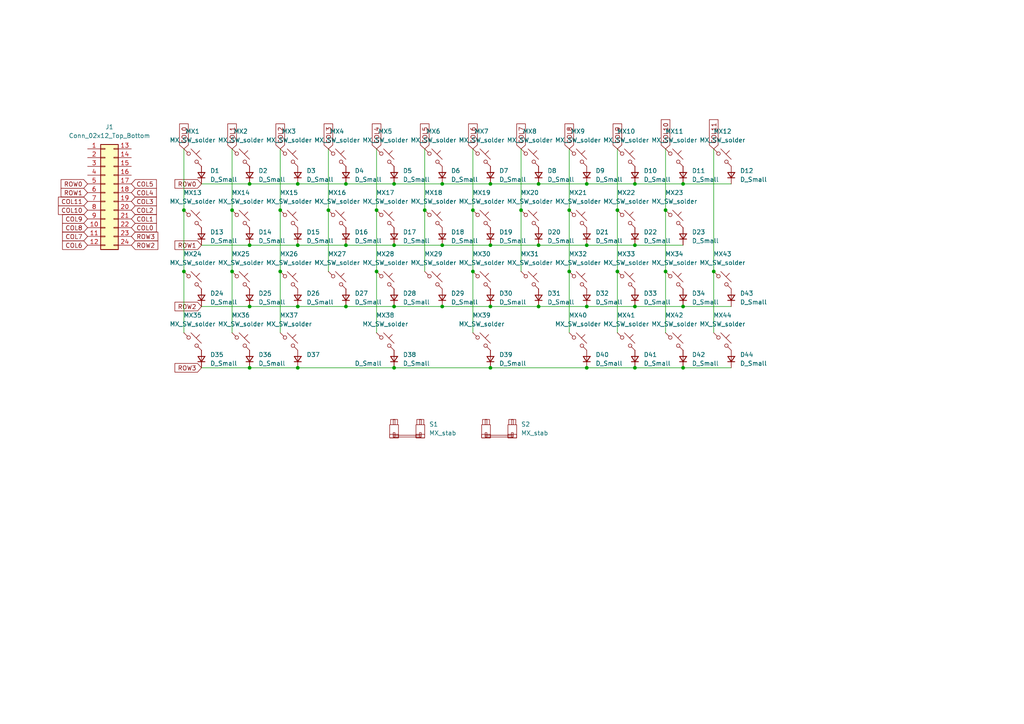
<source format=kicad_sch>
(kicad_sch (version 20230121) (generator eeschema)
  (paper "A4")
  (lib_symbols
    (symbol "Connector_Generic:Conn_02x12_Top_Bottom" (pin_names (offset 1.016) hide)
      (property "Reference" "J" (at 1.27 15.24 0))
      (property "Value" "Conn_02x12_Top_Bottom" (at 1.27 -17.78 0))
      (symbol "Conn_02x12_Top_Bottom_1_1"
        (rectangle (start -1.27 -15.113) (end 0 -15.367) (stroke (width 0.1524)))
        (rectangle (start -1.27 -12.573) (end 0 -12.827) (stroke (width 0.1524)))
        (rectangle (start -1.27 -10.033) (end 0 -10.287) (stroke (width 0.1524)))
        (rectangle (start -1.27 -7.493) (end 0 -7.747) (stroke (width 0.1524)))
        (rectangle (start -1.27 -4.953) (end 0 -5.207) (stroke (width 0.1524)))
        (rectangle (start -1.27 -2.413) (end 0 -2.667) (stroke (width 0.1524)))
        (rectangle (start -1.27 0.127) (end 0 -0.127) (stroke (width 0.1524)))
        (rectangle (start -1.27 2.667) (end 0 2.413) (stroke (width 0.1524)))
        (rectangle (start -1.27 5.207) (end 0 4.953) (stroke (width 0.1524)))
        (rectangle (start -1.27 7.747) (end 0 7.493) (stroke (width 0.1524)))
        (rectangle (start -1.27 10.287) (end 0 10.033) (stroke (width 0.1524)))
        (rectangle (start -1.27 12.827) (end 0 12.573) (stroke (width 0.1524)))
        (rectangle (start -1.27 13.97) (end 3.81 -16.51) (stroke (width 0.254)) (fill (type background)))
        (rectangle (start 3.81 -15.113) (end 2.54 -15.367) (stroke (width 0.1524)))
        (rectangle (start 3.81 -12.573) (end 2.54 -12.827) (stroke (width 0.1524)))
        (rectangle (start 3.81 -10.033) (end 2.54 -10.287) (stroke (width 0.1524)))
        (rectangle (start 3.81 -7.493) (end 2.54 -7.747) (stroke (width 0.1524)))
        (rectangle (start 3.81 -4.953) (end 2.54 -5.207) (stroke (width 0.1524)))
        (rectangle (start 3.81 -2.413) (end 2.54 -2.667) (stroke (width 0.1524)))
        (rectangle (start 3.81 0.127) (end 2.54 -0.127) (stroke (width 0.1524)))
        (rectangle (start 3.81 2.667) (end 2.54 2.413) (stroke (width 0.1524)))
        (rectangle (start 3.81 5.207) (end 2.54 4.953) (stroke (width 0.1524)))
        (rectangle (start 3.81 7.747) (end 2.54 7.493) (stroke (width 0.1524)))
        (rectangle (start 3.81 10.287) (end 2.54 10.033) (stroke (width 0.1524)))
        (rectangle (start 3.81 12.827) (end 2.54 12.573) (stroke (width 0.1524)))
        (pin passive line (at -5.08 12.7 0) (length 3.81) (name "Pin_1") (number "1"))
        (pin passive line (at -5.08 -10.16 0) (length 3.81) (name "Pin_10") (number "10"))
        (pin passive line (at -5.08 -12.7 0) (length 3.81) (name "Pin_11") (number "11"))
        (pin passive line (at -5.08 -15.24 0) (length 3.81) (name "Pin_12") (number "12"))
        (pin passive line (at 7.62 12.7 180) (length 3.81) (name "Pin_13") (number "13"))
        (pin passive line (at 7.62 10.16 180) (length 3.81) (name "Pin_14") (number "14"))
        (pin passive line (at 7.62 7.62 180) (length 3.81) (name "Pin_15") (number "15"))
        (pin passive line (at 7.62 5.08 180) (length 3.81) (name "Pin_16") (number "16"))
        (pin passive line (at 7.62 2.54 180) (length 3.81) (name "Pin_17") (number "17"))
        (pin passive line (at 7.62 0 180) (length 3.81) (name "Pin_18") (number "18"))
        (pin passive line (at 7.62 -2.54 180) (length 3.81) (name "Pin_19") (number "19"))
        (pin passive line (at -5.08 10.16 0) (length 3.81) (name "Pin_2") (number "2"))
        (pin passive line (at 7.62 -5.08 180) (length 3.81) (name "Pin_20") (number "20"))
        (pin passive line (at 7.62 -7.62 180) (length 3.81) (name "Pin_21") (number "21"))
        (pin passive line (at 7.62 -10.16 180) (length 3.81) (name "Pin_22") (number "22"))
        (pin passive line (at 7.62 -12.7 180) (length 3.81) (name "Pin_23") (number "23"))
        (pin passive line (at 7.62 -15.24 180) (length 3.81) (name "Pin_24") (number "24"))
        (pin passive line (at -5.08 7.62 0) (length 3.81) (name "Pin_3") (number "3"))
        (pin passive line (at -5.08 5.08 0) (length 3.81) (name "Pin_4") (number "4"))
        (pin passive line (at -5.08 2.54 0) (length 3.81) (name "Pin_5") (number "5"))
        (pin passive line (at -5.08 0 0) (length 3.81) (name "Pin_6") (number "6"))
        (pin passive line (at -5.08 -2.54 0) (length 3.81) (name "Pin_7") (number "7"))
        (pin passive line (at -5.08 -5.08 0) (length 3.81) (name "Pin_8") (number "8"))
        (pin passive line (at -5.08 -7.62 0) (length 3.81) (name "Pin_9") (number "9"))
      )
    )
    (symbol "Device:D_Small" (pin_numbers hide) (pin_names (offset 0.254) hide)
      (property "Reference" "D" (at -1.27 2.032 0))
      (property "Value" "D_Small" (at -3.81 -2.032 0))
      (symbol "D_Small_0_1"
        (polyline (pts (xy -0.762 -1.016) (xy -0.762 1.016)) (stroke (width 0.254)))
        (polyline (pts (xy -0.762 0) (xy 0.762 0)))
        (polyline (pts (xy 0.762 -1.016) (xy -0.762 0) (xy 0.762 1.016) (xy 0.762 -1.016)) (stroke (width 0.254)))
      )
      (symbol "D_Small_1_1"
        (pin passive line (at -2.54 0 0) (length 1.778) (name "K") (number "1"))
        (pin passive line (at 2.54 0 180) (length 1.778) (name "A") (number "2"))
      )
    )
    (symbol "PCM_marbastlib-mx:MX_SW_solder" (pin_numbers hide) (pin_names (offset 1.016) hide)
      (property "Reference" "MX" (at 3.048 1.016 0))
      (property "Value" "MX_SW_solder" (at 0 -3.81 0))
      (symbol "MX_SW_solder_0_1"
        (circle (center -1.1684 1.1684) (radius 0.508))
        (polyline (pts (xy -0.508 2.54) (xy 2.54 -0.508)))
        (polyline (pts (xy 1.016 1.016) (xy 2.032 2.032)))
        (polyline (pts (xy -2.54 2.54) (xy -1.524 1.524) (xy -1.524 1.524)))
        (polyline (pts (xy 1.524 -1.524) (xy 2.54 -2.54) (xy 2.54 -2.54) (xy 2.54 -2.54)))
        (circle (center 1.143 -1.1938) (radius 0.508))
        (pin passive line (at -2.54 2.54 0) (length 0) (name "1") (number "1"))
        (pin passive line (at 2.54 -2.54 180) (length 0) (name "2") (number "2"))
      )
    )
    (symbol "PCM_marbastlib-mx:MX_stab" (pin_names (offset 1.016))
      (property "Reference" "S" (at -5.08 6.35 0))
      (property "Value" "MX_stab" (at -5.08 3.81 0))
      (symbol "MX_stab_0_1"
        (rectangle (start -5.08 -1.524) (end -2.54 -2.54))
        (rectangle (start -5.08 1.27) (end -2.54 -2.54))
        (rectangle (start -4.826 2.794) (end -2.794 1.27))
        (rectangle (start -4.064 -2.286) (end -3.556 -1.016))
        (rectangle (start -4.064 -1.778) (end 4.064 -2.286))
        (rectangle (start -4.064 1.27) (end -3.556 2.794))
        (rectangle (start 2.54 -1.524) (end 5.08 -2.54))
        (rectangle (start 2.54 1.27) (end 5.08 -2.54))
        (rectangle (start 2.794 2.794) (end 4.826 1.27))
        (rectangle (start 3.556 1.27) (end 4.064 2.794))
        (rectangle (start 4.064 -2.286) (end 3.556 -1.016))
      )
    )
  )
  (junction (at 142.24 71.12))
  (junction (at 179.07 78.74))
  (junction (at 184.15 53.34))
  (junction (at 142.24 88.9))
  (junction (at 81.28 78.74))
  (junction (at 156.21 88.9))
  (junction (at 67.31 78.74))
  (junction (at 100.33 71.12))
  (junction (at 170.18 53.34))
  (junction (at 86.36 71.12))
  (junction (at 142.24 106.68))
  (junction (at 137.16 78.74))
  (junction (at 95.25 60.96))
  (junction (at 179.07 60.96))
  (junction (at 114.3 106.68))
  (junction (at 100.33 88.9))
  (junction (at 165.1 60.96))
  (junction (at 184.15 71.12))
  (junction (at 142.24 53.34))
  (junction (at 170.18 71.12))
  (junction (at 86.36 106.68))
  (junction (at 165.1 78.74))
  (junction (at 128.27 53.34))
  (junction (at 151.13 60.96))
  (junction (at 81.28 60.96))
  (junction (at 123.19 60.96))
  (junction (at 100.33 53.34))
  (junction (at 156.21 53.34))
  (junction (at 72.39 88.9))
  (junction (at 128.27 88.9))
  (junction (at 114.3 71.12))
  (junction (at 193.04 60.96))
  (junction (at 198.12 106.68))
  (junction (at 72.39 106.68))
  (junction (at 207.01 78.74))
  (junction (at 156.21 71.12))
  (junction (at 137.16 60.96))
  (junction (at 53.34 60.96))
  (junction (at 128.27 71.12))
  (junction (at 72.39 53.34))
  (junction (at 86.36 53.34))
  (junction (at 170.18 88.9))
  (junction (at 109.22 60.96))
  (junction (at 170.18 106.68))
  (junction (at 114.3 53.34))
  (junction (at 114.3 88.9))
  (junction (at 86.36 88.9))
  (junction (at 67.31 60.96))
  (junction (at 198.12 88.9))
  (junction (at 72.39 71.12))
  (junction (at 53.34 78.74))
  (junction (at 184.15 106.68))
  (junction (at 109.22 78.74))
  (junction (at 198.12 53.34))
  (junction (at 193.04 78.74))
  (junction (at 184.15 88.9))
  (wire (pts (xy 184.15 53.34) (xy 198.12 53.34)))
  (wire (pts (xy 58.42 53.34) (xy 72.39 53.34)))
  (wire (pts (xy 179.07 60.96) (xy 179.07 78.74)))
  (wire (pts (xy 142.24 71.12) (xy 156.21 71.12)))
  (wire (pts (xy 67.31 78.74) (xy 67.31 96.52)))
  (wire (pts (xy 128.27 88.9) (xy 142.24 88.9)))
  (wire (pts (xy 95.25 43.18) (xy 95.25 60.96)))
  (wire (pts (xy 179.07 78.74) (xy 179.07 96.52)))
  (wire (pts (xy 170.18 106.68) (xy 184.15 106.68)))
  (wire (pts (xy 109.22 60.96) (xy 109.22 78.74)))
  (wire (pts (xy 193.04 43.18) (xy 193.04 60.96)))
  (wire (pts (xy 123.19 60.96) (xy 123.19 78.74)))
  (wire (pts (xy 184.15 106.68) (xy 198.12 106.68)))
  (wire (pts (xy 184.15 88.9) (xy 198.12 88.9)))
  (wire (pts (xy 193.04 60.96) (xy 193.04 78.74)))
  (wire (pts (xy 207.01 43.18) (xy 207.01 78.74)))
  (wire (pts (xy 86.36 88.9) (xy 100.33 88.9)))
  (wire (pts (xy 156.21 71.12) (xy 170.18 71.12)))
  (wire (pts (xy 198.12 106.68) (xy 212.09 106.68)))
  (wire (pts (xy 142.24 53.34) (xy 156.21 53.34)))
  (wire (pts (xy 137.16 43.18) (xy 137.16 60.96)))
  (wire (pts (xy 58.42 88.9) (xy 72.39 88.9)))
  (wire (pts (xy 114.3 71.12) (xy 128.27 71.12)))
  (wire (pts (xy 170.18 53.34) (xy 184.15 53.34)))
  (wire (pts (xy 128.27 71.12) (xy 142.24 71.12)))
  (wire (pts (xy 109.22 43.18) (xy 109.22 60.96)))
  (wire (pts (xy 128.27 53.34) (xy 142.24 53.34)))
  (wire (pts (xy 114.3 53.34) (xy 128.27 53.34)))
  (wire (pts (xy 207.01 78.74) (xy 207.01 96.52)))
  (wire (pts (xy 100.33 53.34) (xy 114.3 53.34)))
  (wire (pts (xy 72.39 53.34) (xy 86.36 53.34)))
  (wire (pts (xy 53.34 78.74) (xy 53.34 96.52)))
  (wire (pts (xy 109.22 78.74) (xy 109.22 96.52)))
  (wire (pts (xy 142.24 88.9) (xy 156.21 88.9)))
  (wire (pts (xy 151.13 43.18) (xy 151.13 60.96)))
  (wire (pts (xy 53.34 60.96) (xy 53.34 78.74)))
  (wire (pts (xy 100.33 71.12) (xy 114.3 71.12)))
  (wire (pts (xy 53.34 43.18) (xy 53.34 60.96)))
  (wire (pts (xy 193.04 78.74) (xy 193.04 96.52)))
  (wire (pts (xy 86.36 106.68) (xy 114.3 106.68)))
  (wire (pts (xy 67.31 60.96) (xy 67.31 78.74)))
  (wire (pts (xy 72.39 71.12) (xy 86.36 71.12)))
  (wire (pts (xy 198.12 53.34) (xy 212.09 53.34)))
  (wire (pts (xy 165.1 43.18) (xy 165.1 60.96)))
  (wire (pts (xy 179.07 43.18) (xy 179.07 60.96)))
  (wire (pts (xy 156.21 88.9) (xy 170.18 88.9)))
  (wire (pts (xy 72.39 88.9) (xy 86.36 88.9)))
  (wire (pts (xy 58.42 106.68) (xy 72.39 106.68)))
  (wire (pts (xy 81.28 78.74) (xy 81.28 96.52)))
  (wire (pts (xy 72.39 106.68) (xy 86.36 106.68)))
  (wire (pts (xy 165.1 78.74) (xy 165.1 96.52)))
  (wire (pts (xy 137.16 96.52) (xy 137.16 78.74)))
  (wire (pts (xy 95.25 60.96) (xy 95.25 78.74)))
  (wire (pts (xy 86.36 53.34) (xy 100.33 53.34)))
  (wire (pts (xy 86.36 71.12) (xy 100.33 71.12)))
  (wire (pts (xy 137.16 60.96) (xy 137.16 78.74)))
  (wire (pts (xy 67.31 43.18) (xy 67.31 60.96)))
  (wire (pts (xy 81.28 43.18) (xy 81.28 60.96)))
  (wire (pts (xy 170.18 71.12) (xy 184.15 71.12)))
  (wire (pts (xy 58.42 71.12) (xy 72.39 71.12)))
  (wire (pts (xy 123.19 43.18) (xy 123.19 60.96)))
  (wire (pts (xy 151.13 60.96) (xy 151.13 78.74)))
  (wire (pts (xy 170.18 88.9) (xy 184.15 88.9)))
  (wire (pts (xy 100.33 88.9) (xy 114.3 88.9)))
  (wire (pts (xy 114.3 88.9) (xy 128.27 88.9)))
  (wire (pts (xy 114.3 106.68) (xy 142.24 106.68)))
  (wire (pts (xy 81.28 60.96) (xy 81.28 78.74)))
  (wire (pts (xy 142.24 106.68) (xy 170.18 106.68)))
  (wire (pts (xy 156.21 53.34) (xy 170.18 53.34)))
  (wire (pts (xy 184.15 71.12) (xy 198.12 71.12)))
  (wire (pts (xy 165.1 60.96) (xy 165.1 78.74)))
  (wire (pts (xy 198.12 88.9) (xy 212.09 88.9)))
  (global_label "COL3" (shape input) (at 95.25 43.18 90) (property "Intersheetrefs" "${INTERSHEET_REFS}" (effects hide)))
  (global_label "COL10" (shape input) (at 193.04 43.18 90) (property "Intersheetrefs" "${INTERSHEET_REFS}" (effects hide)))
  (global_label "COL8" (shape input) (at 165.1 43.18 90) (property "Intersheetrefs" "${INTERSHEET_REFS}" (effects hide)))
  (global_label "COL1" (shape input) (at 38.1 63.5 0) (property "Intersheetrefs" "${INTERSHEET_REFS}" (effects hide)))
  (global_label "COL3" (shape input) (at 38.1 58.42 0) (property "Intersheetrefs" "${INTERSHEET_REFS}" (effects hide)))
  (global_label "COL5" (shape input) (at 38.1 53.34 0) (property "Intersheetrefs" "${INTERSHEET_REFS}" (effects hide)))
  (global_label "ROW2" (shape input) (at 38.1 71.12 0) (property "Intersheetrefs" "${INTERSHEET_REFS}" (effects hide)))
  (global_label "COL11" (shape input) (at 207.01 43.18 90) (property "Intersheetrefs" "${INTERSHEET_REFS}" (effects hide)))
  (global_label "COL7" (shape input) (at 25.4 68.58 180) (property "Intersheetrefs" "${INTERSHEET_REFS}" (effects hide)))
  (global_label "COL7" (shape input) (at 151.13 43.18 90) (property "Intersheetrefs" "${INTERSHEET_REFS}" (effects hide)))
  (global_label "ROW1" (shape input) (at 25.4 55.88 180) (property "Intersheetrefs" "${INTERSHEET_REFS}" (effects hide)))
  (global_label "COL0" (shape input) (at 38.1 66.04 0) (property "Intersheetrefs" "${INTERSHEET_REFS}" (effects hide)))
  (global_label "COL10" (shape input) (at 25.4 60.96 180) (property "Intersheetrefs" "${INTERSHEET_REFS}" (effects hide)))
  (global_label "ROW3" (shape input) (at 38.1 68.58 0) (property "Intersheetrefs" "${INTERSHEET_REFS}" (effects hide)))
  (global_label "COL9" (shape input) (at 179.07 43.18 90) (property "Intersheetrefs" "${INTERSHEET_REFS}" (effects hide)))
  (global_label "COL11" (shape input) (at 25.4 58.42 180) (property "Intersheetrefs" "${INTERSHEET_REFS}" (effects hide)))
  (global_label "COL0" (shape input) (at 53.34 43.18 90) (property "Intersheetrefs" "${INTERSHEET_REFS}" (effects hide)))
  (global_label "COL4" (shape input) (at 109.22 43.18 90) (property "Intersheetrefs" "${INTERSHEET_REFS}" (effects hide)))
  (global_label "COL8" (shape input) (at 25.4 66.04 180) (property "Intersheetrefs" "${INTERSHEET_REFS}" (effects hide)))
  (global_label "COL2" (shape input) (at 81.28 43.18 90) (property "Intersheetrefs" "${INTERSHEET_REFS}" (effects hide)))
  (global_label "COL9" (shape input) (at 25.4 63.5 180) (property "Intersheetrefs" "${INTERSHEET_REFS}" (effects hide)))
  (global_label "COL6" (shape input) (at 137.16 43.18 90) (property "Intersheetrefs" "${INTERSHEET_REFS}" (effects hide)))
  (global_label "ROW2" (shape input) (at 58.42 88.9 180) (property "Intersheetrefs" "${INTERSHEET_REFS}" (effects hide)))
  (global_label "ROW1" (shape input) (at 58.42 71.12 180) (property "Intersheetrefs" "${INTERSHEET_REFS}" (effects hide)))
  (global_label "COL2" (shape input) (at 38.1 60.96 0) (property "Intersheetrefs" "${INTERSHEET_REFS}" (effects hide)))
  (global_label "COL6" (shape input) (at 25.4 71.12 180) (property "Intersheetrefs" "${INTERSHEET_REFS}" (effects hide)))
  (global_label "ROW0" (shape input) (at 25.4 53.34 180) (property "Intersheetrefs" "${INTERSHEET_REFS}" (effects hide)))
  (global_label "ROW3" (shape input) (at 58.42 106.68 180) (property "Intersheetrefs" "${INTERSHEET_REFS}" (effects hide)))
  (global_label "COL5" (shape input) (at 123.19 43.18 90) (property "Intersheetrefs" "${INTERSHEET_REFS}" (effects hide)))
  (global_label "COL4" (shape input) (at 38.1 55.88 0) (property "Intersheetrefs" "${INTERSHEET_REFS}" (effects hide)))
  (global_label "ROW0" (shape input) (at 58.42 53.34 180) (property "Intersheetrefs" "${INTERSHEET_REFS}" (effects hide)))
  (global_label "COL1" (shape input) (at 67.31 43.18 90) (property "Intersheetrefs" "${INTERSHEET_REFS}" (effects hide)))
  (symbol (lib_id "PCM_marbastlib-mx:MX_SW_solder") (at 181.61 63.5 0) (unit 1)
    (property "Reference" "MX22" (at 181.61 55.88 0))
    (property "Value" "MX_SW_solder" (at 181.61 58.42 0))
    (property "Footprint" "PCM_marbastlib-mx:SW_MX_1u" (effects hide))
  )
  (symbol (lib_id "Device:D_Small") (at 72.39 86.36 90) (unit 1)
    (property "Reference" "D25" (at 74.93 85.09 90) (effects (justify right)))
    (property "Value" "D_Small" (at 74.93 87.63 90) (effects (justify right)))
    (property "Footprint" "Diode_SMD:D_SOD-123" (effects hide))
    (property "Sim.Device" "D" (effects hide))
    (property "Sim.Pins" "1=K 2=A" (effects hide))
  )
  (symbol (lib_id "PCM_marbastlib-mx:MX_SW_solder") (at 195.58 99.06 0) (unit 1)
    (property "Reference" "MX42" (at 195.58 91.44 0))
    (property "Value" "MX_SW_solder" (at 195.58 93.98 0))
    (property "Footprint" "PCM_marbastlib-mx:SW_MX_1.25u" (effects hide))
  )
  (symbol (lib_id "PCM_marbastlib-mx:MX_SW_solder") (at 209.55 99.06 0) (unit 1)
    (property "Reference" "MX44" (at 209.55 91.44 0))
    (property "Value" "MX_SW_solder" (at 209.55 93.98 0))
    (property "Footprint" "PCM_marbastlib-mx:SW_MX_1u" (effects hide))
  )
  (symbol (lib_id "Device:D_Small") (at 128.27 86.36 90) (unit 1)
    (property "Reference" "D29" (at 130.81 85.09 90) (effects (justify right)))
    (property "Value" "D_Small" (at 130.81 87.63 90) (effects (justify right)))
    (property "Footprint" "Diode_SMD:D_SOD-123" (effects hide))
    (property "Sim.Device" "D" (effects hide))
    (property "Sim.Pins" "1=K 2=A" (effects hide))
  )
  (symbol (lib_id "PCM_marbastlib-mx:MX_SW_solder") (at 55.88 99.06 0) (unit 1)
    (property "Reference" "MX35" (at 55.88 91.44 0))
    (property "Value" "MX_SW_solder" (at 55.88 93.98 0))
    (property "Footprint" "PCM_marbastlib-mx:SW_MX_1.25u" (effects hide))
  )
  (symbol (lib_id "PCM_marbastlib-mx:MX_SW_solder") (at 83.82 63.5 0) (unit 1)
    (property "Reference" "MX15" (at 83.82 55.88 0))
    (property "Value" "MX_SW_solder" (at 83.82 58.42 0))
    (property "Footprint" "PCM_marbastlib-mx:SW_MX_1u" (effects hide))
  )
  (symbol (lib_id "Device:D_Small") (at 100.33 50.8 90) (unit 1)
    (property "Reference" "D4" (at 102.87 49.53 90) (effects (justify right)))
    (property "Value" "D_Small" (at 102.87 52.07 90) (effects (justify right)))
    (property "Footprint" "Diode_SMD:D_SOD-123" (effects hide))
    (property "Sim.Device" "D" (effects hide))
    (property "Sim.Pins" "1=K 2=A" (effects hide))
  )
  (symbol (lib_id "PCM_marbastlib-mx:MX_SW_solder") (at 111.76 63.5 0) (unit 1)
    (property "Reference" "MX17" (at 111.76 55.88 0))
    (property "Value" "MX_SW_solder" (at 111.76 58.42 0))
    (property "Footprint" "PCM_marbastlib-mx:SW_MX_1u" (effects hide))
  )
  (symbol (lib_id "PCM_marbastlib-mx:MX_SW_solder") (at 139.7 45.72 0) (unit 1)
    (property "Reference" "MX7" (at 139.7 38.1 0))
    (property "Value" "MX_SW_solder" (at 139.7 40.64 0))
    (property "Footprint" "PCM_marbastlib-mx:SW_MX_1u" (effects hide))
  )
  (symbol (lib_id "Device:D_Small") (at 156.21 50.8 90) (unit 1)
    (property "Reference" "D8" (at 158.75 49.53 90) (effects (justify right)))
    (property "Value" "D_Small" (at 158.75 52.07 90) (effects (justify right)))
    (property "Footprint" "Diode_SMD:D_SOD-123" (effects hide))
    (property "Sim.Device" "D" (effects hide))
    (property "Sim.Pins" "1=K 2=A" (effects hide))
  )
  (symbol (lib_id "Device:D_Small") (at 170.18 104.14 90) (unit 1)
    (property "Reference" "D40" (at 172.72 102.87 90) (effects (justify right)))
    (property "Value" "D_Small" (at 172.72 105.41 90) (effects (justify right)))
    (property "Footprint" "Diode_SMD:D_SOD-123" (effects hide))
    (property "Sim.Device" "D" (effects hide))
    (property "Sim.Pins" "1=K 2=A" (effects hide))
  )
  (symbol (lib_id "Device:D_Small") (at 170.18 50.8 90) (unit 1)
    (property "Reference" "D9" (at 172.72 49.53 90) (effects (justify right)))
    (property "Value" "D_Small" (at 172.72 52.07 90) (effects (justify right)))
    (property "Footprint" "Diode_SMD:D_SOD-123" (effects hide))
    (property "Sim.Device" "D" (effects hide))
    (property "Sim.Pins" "1=K 2=A" (effects hide))
  )
  (symbol (lib_id "PCM_marbastlib-mx:MX_SW_solder") (at 125.73 63.5 0) (unit 1)
    (property "Reference" "MX18" (at 125.73 55.88 0))
    (property "Value" "MX_SW_solder" (at 125.73 58.42 0))
    (property "Footprint" "PCM_marbastlib-mx:SW_MX_1u" (effects hide))
  )
  (symbol (lib_id "PCM_marbastlib-mx:MX_SW_solder") (at 97.79 81.28 0) (unit 1)
    (property "Reference" "MX27" (at 97.79 73.66 0))
    (property "Value" "MX_SW_solder" (at 97.79 76.2 0))
    (property "Footprint" "PCM_marbastlib-mx:SW_MX_1u" (effects hide))
  )
  (symbol (lib_id "Device:D_Small") (at 72.39 68.58 90) (unit 1)
    (property "Reference" "D14" (at 74.93 67.31 90) (effects (justify right)))
    (property "Value" "D_Small" (at 74.93 69.85 90) (effects (justify right)))
    (property "Footprint" "Diode_SMD:D_SOD-123" (effects hide))
    (property "Sim.Device" "D" (effects hide))
    (property "Sim.Pins" "1=K 2=A" (effects hide))
  )
  (symbol (lib_id "PCM_marbastlib-mx:MX_SW_solder") (at 181.61 81.28 0) (unit 1)
    (property "Reference" "MX33" (at 181.61 73.66 0))
    (property "Value" "MX_SW_solder" (at 181.61 76.2 0))
    (property "Footprint" "PCM_marbastlib-mx:SW_MX_1u" (effects hide))
  )
  (symbol (lib_id "PCM_marbastlib-mx:MX_SW_solder") (at 209.55 45.72 0) (unit 1)
    (property "Reference" "MX12" (at 209.55 38.1 0))
    (property "Value" "MX_SW_solder" (at 209.55 40.64 0))
    (property "Footprint" "PCM_marbastlib-mx:SW_MX_1u" (effects hide))
  )
  (symbol (lib_id "PCM_marbastlib-mx:MX_stab") (at 118.11 124.46 0) (unit 1)
    (property "Reference" "S1" (at 124.46 123.063 0) (effects (justify left)))
    (property "Value" "MX_stab" (at 124.46 125.603 0) (effects (justify left)))
    (property "Footprint" "PCM_marbastlib-mx:STAB_MX_2.25u" (effects hide))
  )
  (symbol (lib_id "Device:D_Small") (at 100.33 68.58 90) (unit 1)
    (property "Reference" "D16" (at 102.87 67.31 90) (effects (justify right)))
    (property "Value" "D_Small" (at 102.87 69.85 90) (effects (justify right)))
    (property "Footprint" "Diode_SMD:D_SOD-123" (effects hide))
    (property "Sim.Device" "D" (effects hide))
    (property "Sim.Pins" "1=K 2=A" (effects hide))
  )
  (symbol (lib_id "PCM_marbastlib-mx:MX_SW_solder") (at 195.58 63.5 0) (unit 1)
    (property "Reference" "MX23" (at 195.58 55.88 0))
    (property "Value" "MX_SW_solder" (at 195.58 58.42 0))
    (property "Footprint" "PCM_marbastlib-mx:SW_MX_1.75u" (effects hide))
  )
  (symbol (lib_id "PCM_marbastlib-mx:MX_SW_solder") (at 139.7 99.06 0) (unit 1)
    (property "Reference" "MX39" (at 139.7 91.44 0))
    (property "Value" "MX_SW_solder" (at 139.7 93.98 0))
    (property "Footprint" "PCM_marbastlib-mx:SW_MX_1u" (effects hide))
  )
  (symbol (lib_id "Device:D_Small") (at 58.42 86.36 90) (unit 1)
    (property "Reference" "D24" (at 60.96 85.09 90) (effects (justify right)))
    (property "Value" "D_Small" (at 60.96 87.63 90) (effects (justify right)))
    (property "Footprint" "Diode_SMD:D_SOD-123" (effects hide))
    (property "Sim.Device" "D" (effects hide))
    (property "Sim.Pins" "1=K 2=A" (effects hide))
  )
  (symbol (lib_id "PCM_marbastlib-mx:MX_SW_solder") (at 167.64 99.06 0) (unit 1)
    (property "Reference" "MX40" (at 167.64 91.44 0))
    (property "Value" "MX_SW_solder" (at 167.64 93.98 0))
    (property "Footprint" "PCM_marbastlib-mx:SW_MX_1.25u" (effects hide))
  )
  (symbol (lib_id "Device:D_Small") (at 184.15 68.58 90) (unit 1)
    (property "Reference" "D22" (at 186.69 67.31 90) (effects (justify right)))
    (property "Value" "D_Small" (at 186.69 69.85 90) (effects (justify right)))
    (property "Footprint" "Diode_SMD:D_SOD-123" (effects hide))
    (property "Sim.Device" "D" (effects hide))
    (property "Sim.Pins" "1=K 2=A" (effects hide))
  )
  (symbol (lib_id "Device:D_Small") (at 86.36 68.58 90) (unit 1)
    (property "Reference" "D15" (at 88.9 67.31 90) (effects (justify right)))
    (property "Value" "D_Small" (at 88.9 69.85 90) (effects (justify right)))
    (property "Footprint" "Diode_SMD:D_SOD-123" (effects hide))
    (property "Sim.Device" "D" (effects hide))
    (property "Sim.Pins" "1=K 2=A" (effects hide))
  )
  (symbol (lib_id "PCM_marbastlib-mx:MX_SW_solder") (at 83.82 99.06 0) (unit 1)
    (property "Reference" "MX37" (at 83.82 91.44 0))
    (property "Value" "MX_SW_solder" (at 83.82 93.98 0))
    (property "Footprint" "PCM_marbastlib-mx:SW_MX_1.25u" (effects hide))
  )
  (symbol (lib_id "Device:D_Small") (at 114.3 68.58 90) (unit 1)
    (property "Reference" "D17" (at 116.84 67.31 90) (effects (justify right)))
    (property "Value" "D_Small" (at 116.84 69.85 90) (effects (justify right)))
    (property "Footprint" "Diode_SMD:D_SOD-123" (effects hide))
    (property "Sim.Device" "D" (effects hide))
    (property "Sim.Pins" "1=K 2=A" (effects hide))
  )
  (symbol (lib_id "Device:D_Small") (at 114.3 50.8 90) (unit 1)
    (property "Reference" "D5" (at 116.84 49.53 90) (effects (justify right)))
    (property "Value" "D_Small" (at 116.84 52.07 90) (effects (justify right)))
    (property "Footprint" "Diode_SMD:D_SOD-123" (effects hide))
    (property "Sim.Device" "D" (effects hide))
    (property "Sim.Pins" "1=K 2=A" (effects hide))
  )
  (symbol (lib_id "PCM_marbastlib-mx:MX_SW_solder") (at 181.61 45.72 0) (unit 1)
    (property "Reference" "MX10" (at 181.61 38.1 0))
    (property "Value" "MX_SW_solder" (at 181.61 40.64 0))
    (property "Footprint" "PCM_marbastlib-mx:SW_MX_1u" (effects hide))
  )
  (symbol (lib_id "PCM_marbastlib-mx:MX_SW_solder") (at 55.88 45.72 0) (unit 1)
    (property "Reference" "MX1" (at 55.88 38.1 0))
    (property "Value" "MX_SW_solder" (at 55.88 40.64 0))
    (property "Footprint" "PCM_marbastlib-mx:SW_MX_1u" (effects hide))
  )
  (symbol (lib_id "PCM_marbastlib-mx:MX_SW_solder") (at 69.85 63.5 0) (unit 1)
    (property "Reference" "MX14" (at 69.85 55.88 0))
    (property "Value" "MX_SW_solder" (at 69.85 58.42 0))
    (property "Footprint" "PCM_marbastlib-mx:SW_MX_1u" (effects hide))
  )
  (symbol (lib_id "PCM_marbastlib-mx:MX_SW_solder") (at 55.88 63.5 0) (unit 1)
    (property "Reference" "MX13" (at 55.88 55.88 0))
    (property "Value" "MX_SW_solder" (at 55.88 58.42 0))
    (property "Footprint" "PCM_marbastlib-mx:SW_MX_1.25u" (effects hide))
  )
  (symbol (lib_id "Device:D_Small") (at 212.09 50.8 90) (unit 1)
    (property "Reference" "D12" (at 214.63 49.53 90) (effects (justify right)))
    (property "Value" "D_Small" (at 214.63 52.07 90) (effects (justify right)))
    (property "Footprint" "Diode_SMD:D_SOD-123" (effects hide))
    (property "Sim.Device" "D" (effects hide))
    (property "Sim.Pins" "1=K 2=A" (effects hide))
  )
  (symbol (lib_id "PCM_marbastlib-mx:MX_SW_solder") (at 69.85 81.28 0) (unit 1)
    (property "Reference" "MX25" (at 69.85 73.66 0))
    (property "Value" "MX_SW_solder" (at 69.85 76.2 0))
    (property "Footprint" "PCM_marbastlib-mx:SW_MX_1u" (effects hide))
  )
  (symbol (lib_id "Device:D_Small") (at 128.27 50.8 90) (unit 1)
    (property "Reference" "D6" (at 130.81 49.53 90) (effects (justify right)))
    (property "Value" "D_Small" (at 130.81 52.07 90) (effects (justify right)))
    (property "Footprint" "Diode_SMD:D_SOD-123" (effects hide))
    (property "Sim.Device" "D" (effects hide))
    (property "Sim.Pins" "1=K 2=A" (effects hide))
  )
  (symbol (lib_id "Device:D_Small") (at 170.18 86.36 90) (unit 1)
    (property "Reference" "D32" (at 172.72 85.09 90) (effects (justify right)))
    (property "Value" "D_Small" (at 172.72 87.63 90) (effects (justify right)))
    (property "Footprint" "Diode_SMD:D_SOD-123" (effects hide))
    (property "Sim.Device" "D" (effects hide))
    (property "Sim.Pins" "1=K 2=A" (effects hide))
  )
  (symbol (lib_id "PCM_marbastlib-mx:MX_SW_solder") (at 111.76 81.28 0) (unit 1)
    (property "Reference" "MX28" (at 111.76 73.66 0))
    (property "Value" "MX_SW_solder" (at 111.76 76.2 0))
    (property "Footprint" "PCM_marbastlib-mx:SW_MX_1u" (effects hide))
  )
  (symbol (lib_id "Device:D_Small") (at 198.12 68.58 90) (unit 1)
    (property "Reference" "D23" (at 200.66 67.31 90) (effects (justify right)))
    (property "Value" "D_Small" (at 200.66 69.85 90) (effects (justify right)))
    (property "Footprint" "Diode_SMD:D_SOD-123" (effects hide))
    (property "Sim.Device" "D" (effects hide))
    (property "Sim.Pins" "1=K 2=A" (effects hide))
  )
  (symbol (lib_id "PCM_marbastlib-mx:MX_SW_solder") (at 167.64 81.28 0) (unit 1)
    (property "Reference" "MX32" (at 167.64 73.66 0))
    (property "Value" "MX_SW_solder" (at 167.64 76.2 0))
    (property "Footprint" "PCM_marbastlib-mx:SW_MX_1u" (effects hide))
  )
  (symbol (lib_id "PCM_marbastlib-mx:MX_SW_solder") (at 125.73 81.28 0) (unit 1)
    (property "Reference" "MX29" (at 125.73 73.66 0))
    (property "Value" "MX_SW_solder" (at 125.73 76.2 0))
    (property "Footprint" "PCM_marbastlib-mx:SW_MX_1u" (effects hide))
  )
  (symbol (lib_id "Device:D_Small") (at 142.24 68.58 90) (unit 1)
    (property "Reference" "D19" (at 144.78 67.31 90) (effects (justify right)))
    (property "Value" "D_Small" (at 144.78 69.85 90) (effects (justify right)))
    (property "Footprint" "Diode_SMD:D_SOD-123" (effects hide))
    (property "Sim.Device" "D" (effects hide))
    (property "Sim.Pins" "1=K 2=A" (effects hide))
  )
  (symbol (lib_id "PCM_marbastlib-mx:MX_SW_solder") (at 153.67 63.5 0) (unit 1)
    (property "Reference" "MX20" (at 153.67 55.88 0))
    (property "Value" "MX_SW_solder" (at 153.67 58.42 0))
    (property "Footprint" "PCM_marbastlib-mx:SW_MX_1u" (effects hide))
  )
  (symbol (lib_id "PCM_marbastlib-mx:MX_SW_solder") (at 83.82 81.28 0) (unit 1)
    (property "Reference" "MX26" (at 83.82 73.66 0))
    (property "Value" "MX_SW_solder" (at 83.82 76.2 0))
    (property "Footprint" "PCM_marbastlib-mx:SW_MX_1u" (effects hide))
  )
  (symbol (lib_id "Device:D_Small") (at 184.15 86.36 90) (unit 1)
    (property "Reference" "D33" (at 186.69 85.09 90) (effects (justify right)))
    (property "Value" "D_Small" (at 186.69 87.63 90) (effects (justify right)))
    (property "Footprint" "Diode_SMD:D_SOD-123" (effects hide))
    (property "Sim.Device" "D" (effects hide))
    (property "Sim.Pins" "1=K 2=A" (effects hide))
  )
  (symbol (lib_id "Device:D_Small") (at 170.18 68.58 90) (unit 1)
    (property "Reference" "D21" (at 172.72 67.31 90) (effects (justify right)))
    (property "Value" "D_Small" (at 172.72 69.85 90) (effects (justify right)))
    (property "Footprint" "Diode_SMD:D_SOD-123" (effects hide))
    (property "Sim.Device" "D" (effects hide))
    (property "Sim.Pins" "1=K 2=A" (effects hide))
  )
  (symbol (lib_id "Device:D_Small") (at 198.12 104.14 90) (unit 1)
    (property "Reference" "D42" (at 200.66 102.87 90) (effects (justify right)))
    (property "Value" "D_Small" (at 200.66 105.41 90) (effects (justify right)))
    (property "Footprint" "Diode_SMD:D_SOD-123" (effects hide))
    (property "Sim.Device" "D" (effects hide))
    (property "Sim.Pins" "1=K 2=A" (effects hide))
  )
  (symbol (lib_id "Device:D_Small") (at 184.15 104.14 90) (unit 1)
    (property "Reference" "D41" (at 186.69 102.87 90) (effects (justify right)))
    (property "Value" "D_Small" (at 186.69 105.41 90) (effects (justify right)))
    (property "Footprint" "Diode_SMD:D_SOD-123" (effects hide))
    (property "Sim.Device" "D" (effects hide))
    (property "Sim.Pins" "1=K 2=A" (effects hide))
  )
  (symbol (lib_id "Device:D_Small") (at 128.27 68.58 90) (unit 1)
    (property "Reference" "D18" (at 130.81 67.31 90) (effects (justify right)))
    (property "Value" "D_Small" (at 130.81 69.85 90) (effects (justify right)))
    (property "Footprint" "Diode_SMD:D_SOD-123" (effects hide))
    (property "Sim.Device" "D" (effects hide))
    (property "Sim.Pins" "1=K 2=A" (effects hide))
  )
  (symbol (lib_id "PCM_marbastlib-mx:MX_SW_solder") (at 55.88 81.28 0) (unit 1)
    (property "Reference" "MX24" (at 55.88 73.66 0))
    (property "Value" "MX_SW_solder" (at 55.88 76.2 0))
    (property "Footprint" "PCM_marbastlib-mx:SW_MX_1.75u" (effects hide))
  )
  (symbol (lib_id "PCM_marbastlib-mx:MX_SW_solder") (at 195.58 45.72 0) (unit 1)
    (property "Reference" "MX11" (at 195.58 38.1 0))
    (property "Value" "MX_SW_solder" (at 195.58 40.64 0))
    (property "Footprint" "PCM_marbastlib-mx:SW_MX_1u" (effects hide))
  )
  (symbol (lib_id "PCM_marbastlib-mx:MX_SW_solder") (at 97.79 45.72 0) (unit 1)
    (property "Reference" "MX4" (at 97.79 38.1 0))
    (property "Value" "MX_SW_solder" (at 97.79 40.64 0))
    (property "Footprint" "PCM_marbastlib-mx:SW_MX_1u" (effects hide))
  )
  (symbol (lib_id "Device:D_Small") (at 86.36 50.8 90) (unit 1)
    (property "Reference" "D3" (at 88.9 49.53 90) (effects (justify right)))
    (property "Value" "D_Small" (at 88.9 52.07 90) (effects (justify right)))
    (property "Footprint" "Diode_SMD:D_SOD-123" (effects hide))
    (property "Sim.Device" "D" (effects hide))
    (property "Sim.Pins" "1=K 2=A" (effects hide))
  )
  (symbol (lib_id "PCM_marbastlib-mx:MX_SW_solder") (at 83.82 45.72 0) (unit 1)
    (property "Reference" "MX3" (at 83.82 38.1 0))
    (property "Value" "MX_SW_solder" (at 83.82 40.64 0))
    (property "Footprint" "PCM_marbastlib-mx:SW_MX_1u" (effects hide))
  )
  (symbol (lib_id "Device:D_Small") (at 212.09 104.14 90) (unit 1)
    (property "Reference" "D44" (at 214.63 102.87 90) (effects (justify right)))
    (property "Value" "D_Small" (at 214.63 105.41 90) (effects (justify right)))
    (property "Footprint" "Diode_SMD:D_SOD-123" (effects hide))
    (property "Sim.Device" "D" (effects hide))
    (property "Sim.Pins" "1=K 2=A" (effects hide))
  )
  (symbol (lib_id "PCM_marbastlib-mx:MX_SW_solder") (at 139.7 63.5 0) (unit 1)
    (property "Reference" "MX19" (at 139.7 55.88 0))
    (property "Value" "MX_SW_solder" (at 139.7 58.42 0))
    (property "Footprint" "PCM_marbastlib-mx:SW_MX_1u" (effects hide))
  )
  (symbol (lib_id "Device:D_Small") (at 198.12 50.8 90) (unit 1)
    (property "Reference" "D11" (at 200.66 49.53 90) (effects (justify right)))
    (property "Value" "D_Small" (at 200.66 52.07 90) (effects (justify right)))
    (property "Footprint" "Diode_SMD:D_SOD-123" (effects hide))
    (property "Sim.Device" "D" (effects hide))
    (property "Sim.Pins" "1=K 2=A" (effects hide))
  )
  (symbol (lib_id "PCM_marbastlib-mx:MX_SW_solder") (at 69.85 99.06 0) (unit 1)
    (property "Reference" "MX36" (at 69.85 91.44 0))
    (property "Value" "MX_SW_solder" (at 69.85 93.98 0))
    (property "Footprint" "PCM_marbastlib-mx:SW_MX_1u" (effects hide))
  )
  (symbol (lib_id "Device:D_Small") (at 114.3 86.36 90) (unit 1)
    (property "Reference" "D28" (at 116.84 85.09 90) (effects (justify right)))
    (property "Value" "D_Small" (at 116.84 87.63 90) (effects (justify right)))
    (property "Footprint" "Diode_SMD:D_SOD-123" (effects hide))
    (property "Sim.Device" "D" (effects hide))
    (property "Sim.Pins" "1=K 2=A" (effects hide))
  )
  (symbol (lib_id "PCM_marbastlib-mx:MX_SW_solder") (at 195.58 81.28 0) (unit 1)
    (property "Reference" "MX34" (at 195.58 73.66 0))
    (property "Value" "MX_SW_solder" (at 195.58 76.2 0))
    (property "Footprint" "PCM_marbastlib-mx:SW_MX_1.25u" (effects hide))
  )
  (symbol (lib_id "Device:D_Small") (at 72.39 50.8 90) (unit 1)
    (property "Reference" "D2" (at 74.93 49.53 90) (effects (justify right)))
    (property "Value" "D_Small" (at 74.93 52.07 90) (effects (justify right)))
    (property "Footprint" "Diode_SMD:D_SOD-123" (effects hide))
    (property "Sim.Device" "D" (effects hide))
    (property "Sim.Pins" "1=K 2=A" (effects hide))
  )
  (symbol (lib_id "Device:D_Small") (at 142.24 86.36 90) (unit 1)
    (property "Reference" "D30" (at 144.78 85.09 90) (effects (justify right)))
    (property "Value" "D_Small" (at 144.78 87.63 90) (effects (justify right)))
    (property "Footprint" "Diode_SMD:D_SOD-123" (effects hide))
    (property "Sim.Device" "D" (effects hide))
    (property "Sim.Pins" "1=K 2=A" (effects hide))
  )
  (symbol (lib_id "Device:D_Small") (at 58.42 68.58 90) (unit 1)
    (property "Reference" "D13" (at 60.96 67.31 90) (effects (justify right)))
    (property "Value" "D_Small" (at 60.96 69.85 90) (effects (justify right)))
    (property "Footprint" "Diode_SMD:D_SOD-123" (effects hide))
    (property "Sim.Device" "D" (effects hide))
    (property "Sim.Pins" "1=K 2=A" (effects hide))
  )
  (symbol (lib_id "Device:D_Small") (at 198.12 86.36 90) (unit 1)
    (property "Reference" "D34" (at 200.66 85.09 90) (effects (justify right)))
    (property "Value" "D_Small" (at 200.66 87.63 90) (effects (justify right)))
    (property "Footprint" "Diode_SMD:D_SOD-123" (effects hide))
    (property "Sim.Device" "D" (effects hide))
    (property "Sim.Pins" "1=K 2=A" (effects hide))
  )
  (symbol (lib_id "PCM_marbastlib-mx:MX_SW_solder") (at 97.79 63.5 0) (unit 1)
    (property "Reference" "MX16" (at 97.79 55.88 0))
    (property "Value" "MX_SW_solder" (at 97.79 58.42 0))
    (property "Footprint" "PCM_marbastlib-mx:SW_MX_1u" (effects hide))
  )
  (symbol (lib_id "PCM_marbastlib-mx:MX_SW_solder") (at 167.64 45.72 0) (unit 1)
    (property "Reference" "MX9" (at 167.64 38.1 0))
    (property "Value" "MX_SW_solder" (at 167.64 40.64 0))
    (property "Footprint" "PCM_marbastlib-mx:SW_MX_1u" (effects hide))
  )
  (symbol (lib_id "PCM_marbastlib-mx:MX_SW_solder") (at 167.64 63.5 0) (unit 1)
    (property "Reference" "MX21" (at 167.64 55.88 0))
    (property "Value" "MX_SW_solder" (at 167.64 58.42 0))
    (property "Footprint" "PCM_marbastlib-mx:SW_MX_1u" (effects hide))
  )
  (symbol (lib_id "PCM_marbastlib-mx:MX_SW_solder") (at 139.7 81.28 0) (unit 1)
    (property "Reference" "MX30" (at 139.7 73.66 0))
    (property "Value" "MX_SW_solder" (at 139.7 76.2 0))
    (property "Footprint" "PCM_marbastlib-mx:SW_MX_1u" (effects hide))
  )
  (symbol (lib_id "Connector_Generic:Conn_02x12_Top_Bottom") (at 30.48 55.88 0) (unit 1)
    (property "Reference" "J1" (at 31.75 36.83 0))
    (property "Value" "Conn_02x12_Top_Bottom" (at 31.75 39.37 0))
    (property "Footprint" "PCM_marbastlib-xp-promicroish:ProMicro_Reversible_Single" (effects hide))
  )
  (symbol (lib_id "Device:D_Small") (at 72.39 104.14 90) (unit 1)
    (property "Reference" "D36" (at 74.93 102.87 90) (effects (justify right)))
    (property "Value" "D_Small" (at 74.93 105.41 90) (effects (justify right)))
    (property "Footprint" "Diode_SMD:D_SOD-123" (effects hide))
    (property "Sim.Device" "D" (effects hide))
    (property "Sim.Pins" "1=K 2=A" (effects hide))
  )
  (symbol (lib_id "Device:D_Small") (at 142.24 50.8 90) (unit 1)
    (property "Reference" "D7" (at 144.78 49.53 90) (effects (justify right)))
    (property "Value" "D_Small" (at 144.78 52.07 90) (effects (justify right)))
    (property "Footprint" "Diode_SMD:D_SOD-123" (effects hide))
    (property "Sim.Device" "D" (effects hide))
    (property "Sim.Pins" "1=K 2=A" (effects hide))
  )
  (symbol (lib_id "PCM_marbastlib-mx:MX_SW_solder") (at 209.55 81.28 0) (unit 1)
    (property "Reference" "MX43" (at 209.55 73.66 0))
    (property "Value" "MX_SW_solder" (at 209.55 76.2 0))
    (property "Footprint" "PCM_marbastlib-mx:SW_MX_1u" (effects hide))
  )
  (symbol (lib_id "Device:D_Small") (at 184.15 50.8 90) (unit 1)
    (property "Reference" "D10" (at 186.69 49.53 90) (effects (justify right)))
    (property "Value" "D_Small" (at 186.69 52.07 90) (effects (justify right)))
    (property "Footprint" "Diode_SMD:D_SOD-123" (effects hide))
    (property "Sim.Device" "D" (effects hide))
    (property "Sim.Pins" "1=K 2=A" (effects hide))
  )
  (symbol (lib_id "PCM_marbastlib-mx:MX_stab") (at 144.78 124.46 0) (unit 1)
    (property "Reference" "S2" (at 151.13 123.063 0) (effects (justify left)))
    (property "Value" "MX_stab" (at 151.13 125.603 0) (effects (justify left)))
    (property "Footprint" "PCM_marbastlib-mx:STAB_MX_2.75u" (effects hide))
  )
  (symbol (lib_id "Device:D_Small") (at 156.21 68.58 90) (unit 1)
    (property "Reference" "D20" (at 158.75 67.31 90) (effects (justify right)))
    (property "Value" "D_Small" (at 158.75 69.85 90) (effects (justify right)))
    (property "Footprint" "Diode_SMD:D_SOD-123" (effects hide))
    (property "Sim.Device" "D" (effects hide))
    (property "Sim.Pins" "1=K 2=A" (effects hide))
  )
  (symbol (lib_id "Device:D_Small") (at 100.33 86.36 90) (unit 1)
    (property "Reference" "D27" (at 102.87 85.09 90) (effects (justify right)))
    (property "Value" "D_Small" (at 102.87 87.63 90) (effects (justify right)))
    (property "Footprint" "Diode_SMD:D_SOD-123" (effects hide))
    (property "Sim.Device" "D" (effects hide))
    (property "Sim.Pins" "1=K 2=A" (effects hide))
  )
  (symbol (lib_id "Device:D_Small") (at 86.36 104.14 90) (unit 1)
    (property "Reference" "D37" (at 88.9 102.87 90) (effects (justify right)))
    (property "Value" "D_Small" (at 102.87 105.41 90) (effects (justify right)))
    (property "Footprint" "Diode_SMD:D_SOD-123" (effects hide))
    (property "Sim.Device" "D" (effects hide))
    (property "Sim.Pins" "1=K 2=A" (effects hide))
  )
  (symbol (lib_id "PCM_marbastlib-mx:MX_SW_solder") (at 153.67 81.28 0) (unit 1)
    (property "Reference" "MX31" (at 153.67 73.66 0))
    (property "Value" "MX_SW_solder" (at 153.67 76.2 0))
    (property "Footprint" "PCM_marbastlib-mx:SW_MX_1u" (effects hide))
  )
  (symbol (lib_id "Device:D_Small") (at 58.42 50.8 90) (unit 1)
    (property "Reference" "D1" (at 60.96 49.53 90) (effects (justify right)))
    (property "Value" "D_Small" (at 60.96 52.07 90) (effects (justify right)))
    (property "Footprint" "Diode_SMD:D_SOD-123" (effects hide))
    (property "Sim.Device" "D" (effects hide))
    (property "Sim.Pins" "1=K 2=A" (effects hide))
  )
  (symbol (lib_id "PCM_marbastlib-mx:MX_SW_solder") (at 111.76 45.72 0) (unit 1)
    (property "Reference" "MX5" (at 111.76 38.1 0))
    (property "Value" "MX_SW_solder" (at 111.76 40.64 0))
    (property "Footprint" "PCM_marbastlib-mx:SW_MX_1u" (effects hide))
  )
  (symbol (lib_id "PCM_marbastlib-mx:MX_SW_solder") (at 111.76 99.06 0) (unit 1)
    (property "Reference" "MX38" (at 111.76 91.44 0))
    (property "Value" "MX_SW_solder" (at 111.76 93.98 0))
    (property "Footprint" "PCM_marbastlib-mx:SW_MX_1u" (effects hide))
  )
  (symbol (lib_id "Device:D_Small") (at 58.42 104.14 90) (unit 1)
    (property "Reference" "D35" (at 60.96 102.87 90) (effects (justify right)))
    (property "Value" "D_Small" (at 60.96 105.41 90) (effects (justify right)))
    (property "Footprint" "Diode_SMD:D_SOD-123" (effects hide))
    (property "Sim.Device" "D" (effects hide))
    (property "Sim.Pins" "1=K 2=A" (effects hide))
  )
  (symbol (lib_id "Device:D_Small") (at 142.24 104.14 90) (unit 1)
    (property "Reference" "D39" (at 144.78 102.87 90) (effects (justify right)))
    (property "Value" "D_Small" (at 144.78 105.41 90) (effects (justify right)))
    (property "Footprint" "Diode_SMD:D_SOD-123" (effects hide))
    (property "Sim.Device" "D" (effects hide))
    (property "Sim.Pins" "1=K 2=A" (effects hide))
  )
  (symbol (lib_id "Device:D_Small") (at 212.09 86.36 90) (unit 1)
    (property "Reference" "D43" (at 214.63 85.09 90) (effects (justify right)))
    (property "Value" "D_Small" (at 214.63 87.63 90) (effects (justify right)))
    (property "Footprint" "Diode_SMD:D_SOD-123" (effects hide))
    (property "Sim.Device" "D" (effects hide))
    (property "Sim.Pins" "1=K 2=A" (effects hide))
  )
  (symbol (lib_id "PCM_marbastlib-mx:MX_SW_solder") (at 181.61 99.06 0) (unit 1)
    (property "Reference" "MX41" (at 181.61 91.44 0))
    (property "Value" "MX_SW_solder" (at 181.61 93.98 0))
    (property "Footprint" "PCM_marbastlib-mx:SW_MX_1u" (effects hide))
  )
  (symbol (lib_id "Device:D_Small") (at 86.36 86.36 90) (unit 1)
    (property "Reference" "D26" (at 88.9 85.09 90) (effects (justify right)))
    (property "Value" "D_Small" (at 88.9 87.63 90) (effects (justify right)))
    (property "Footprint" "Diode_SMD:D_SOD-123" (effects hide))
    (property "Sim.Device" "D" (effects hide))
    (property "Sim.Pins" "1=K 2=A" (effects hide))
  )
  (symbol (lib_id "PCM_marbastlib-mx:MX_SW_solder") (at 69.85 45.72 0) (unit 1)
    (property "Reference" "MX2" (at 69.85 38.1 0))
    (property "Value" "MX_SW_solder" (at 69.85 40.64 0))
    (property "Footprint" "PCM_marbastlib-mx:SW_MX_1u" (effects hide))
  )
  (symbol (lib_id "PCM_marbastlib-mx:MX_SW_solder") (at 125.73 45.72 0) (unit 1)
    (property "Reference" "MX6" (at 125.73 38.1 0))
    (property "Value" "MX_SW_solder" (at 125.73 40.64 0))
    (property "Footprint" "PCM_marbastlib-mx:SW_MX_1u" (effects hide))
  )
  (symbol (lib_id "PCM_marbastlib-mx:MX_SW_solder") (at 153.67 45.72 0) (unit 1)
    (property "Reference" "MX8" (at 153.67 38.1 0))
    (property "Value" "MX_SW_solder" (at 153.67 40.64 0))
    (property "Footprint" "PCM_marbastlib-mx:SW_MX_1u" (effects hide))
  )
  (symbol (lib_id "Device:D_Small") (at 114.3 104.14 90) (unit 1)
    (property "Reference" "D38" (at 116.84 102.87 90) (effects (justify right)))
    (property "Value" "D_Small" (at 116.84 105.41 90) (effects (justify right)))
    (property "Footprint" "Diode_SMD:D_SOD-123" (effects hide))
    (property "Sim.Device" "D" (effects hide))
    (property "Sim.Pins" "1=K 2=A" (effects hide))
  )
  (symbol (lib_id "Device:D_Small") (at 156.21 86.36 90) (unit 1)
    (property "Reference" "D31" (at 158.75 85.09 90) (effects (justify right)))
    (property "Value" "D_Small" (at 158.75 87.63 90) (effects (justify right)))
    (property "Footprint" "Diode_SMD:D_SOD-123" (effects hide))
    (property "Sim.Device" "D" (effects hide))
    (property "Sim.Pins" "1=K 2=A" (effects hide))
  )
)
</source>
